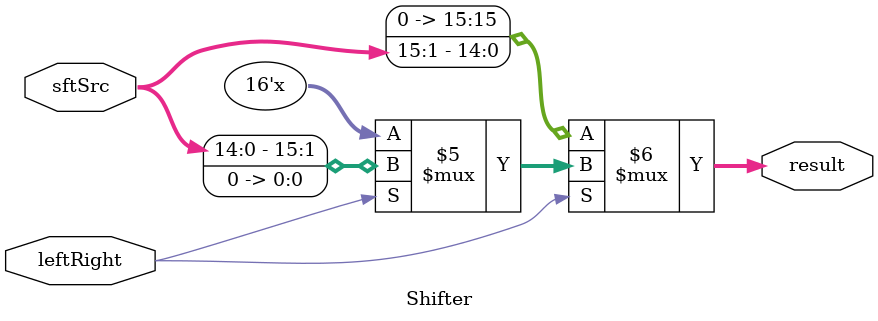
<source format=v>
module Shifter( result, leftRight, sftSrc );

//I/O ports 
output	[16-1:0] result;

input			leftRight;
input	[16-1:0] sftSrc ;

//Internal Signals
wire	[16-1:0] result;
  
//Main function
assign result = ( leftRight == 1'b0 ) ? sftSrc >> 1 :
                ( leftRight == 1'b1 ) ? sftSrc << 1 :
                16'bxxxxxxxxxxxxxxxx;

endmodule
</source>
